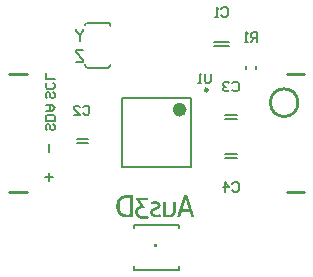
<source format=gbo>
G04 Layer_Color=32896*
%FSLAX44Y44*%
%MOMM*%
G71*
G01*
G75*
%ADD14C,0.2500*%
%ADD15C,0.2000*%
%ADD16C,0.2032*%
%ADD30C,0.1270*%
%ADD31C,0.2540*%
%ADD32C,0.1800*%
%ADD33C,0.1500*%
%ADD48C,0.6000*%
G36*
X123960Y65871D02*
X124344Y65847D01*
X124531Y65824D01*
X124706Y65801D01*
X124857Y65777D01*
X125009Y65766D01*
X125137Y65742D01*
X125254Y65719D01*
X125359Y65696D01*
X125440Y65672D01*
X125510Y65661D01*
X125557Y65649D01*
X125592Y65637D01*
X125603D01*
X125930Y65533D01*
X126221Y65416D01*
X126478Y65288D01*
X126699Y65160D01*
X126874Y65055D01*
X126944Y65008D01*
X127002Y64961D01*
X127061Y64926D01*
X127096Y64903D01*
X127107Y64891D01*
X127119Y64880D01*
X127340Y64682D01*
X127527Y64483D01*
X127679Y64285D01*
X127807Y64099D01*
X127912Y63935D01*
X127982Y63807D01*
X128005Y63760D01*
X128028Y63726D01*
X128040Y63702D01*
Y63691D01*
X128145Y63434D01*
X128215Y63166D01*
X128273Y62909D01*
X128308Y62664D01*
X128331Y62466D01*
Y62373D01*
X128343Y62303D01*
Y62233D01*
Y62186D01*
Y62163D01*
Y62152D01*
X128331Y61918D01*
X128320Y61708D01*
X128285Y61522D01*
X128250Y61347D01*
X128227Y61207D01*
X128192Y61114D01*
X128180Y61044D01*
X128168Y61032D01*
Y61021D01*
X128087Y60834D01*
X128005Y60659D01*
X127912Y60508D01*
X127818Y60380D01*
X127737Y60275D01*
X127667Y60193D01*
X127620Y60146D01*
X127609Y60123D01*
X127469Y59983D01*
X127305Y59855D01*
X127154Y59738D01*
X127002Y59633D01*
X126862Y59540D01*
X126758Y59470D01*
X126688Y59423D01*
X126676Y59412D01*
X126664D01*
X126431Y59283D01*
X126198Y59167D01*
X125965Y59050D01*
X125743Y58957D01*
X125557Y58887D01*
X125475Y58852D01*
X125405Y58817D01*
X125359Y58805D01*
X125312Y58782D01*
X125289Y58771D01*
X125277D01*
X125184Y58736D01*
X125102Y58701D01*
X125055Y58689D01*
X125032Y58677D01*
X125009Y58666D01*
X124997Y58654D01*
X124974D01*
X124927Y58631D01*
X124834Y58596D01*
X124717Y58549D01*
X124601Y58514D01*
X124496Y58467D01*
X124414Y58444D01*
X124403Y58432D01*
X124391D01*
X124216Y58374D01*
X124064Y58327D01*
X123995Y58316D01*
X123948Y58293D01*
X123925Y58281D01*
X123913D01*
X123750Y58223D01*
X123610Y58176D01*
X123563Y58164D01*
X123517Y58141D01*
X123493Y58129D01*
X123482D01*
X123330Y58059D01*
X123213Y58001D01*
X123167Y57978D01*
X123132Y57955D01*
X123120Y57943D01*
X123108D01*
X122980Y57861D01*
X122864Y57803D01*
X122817Y57768D01*
X122782Y57756D01*
X122770Y57733D01*
X122759D01*
X122642Y57640D01*
X122561Y57558D01*
X122502Y57500D01*
X122479Y57488D01*
Y57477D01*
X122386Y57372D01*
X122316Y57278D01*
X122269Y57197D01*
X122257Y57185D01*
Y57173D01*
X122187Y57057D01*
X122141Y56940D01*
X122129Y56882D01*
X122118Y56847D01*
X122106Y56824D01*
Y56812D01*
X122083Y56649D01*
X122071Y56497D01*
Y56427D01*
Y56381D01*
Y56346D01*
Y56334D01*
X122083Y56171D01*
X122094Y56031D01*
X122106Y55984D01*
Y55938D01*
X122118Y55914D01*
Y55903D01*
X122176Y55751D01*
X122234Y55634D01*
X122257Y55588D01*
X122281Y55564D01*
X122292Y55541D01*
X122304Y55529D01*
X122397Y55401D01*
X122491Y55285D01*
X122526Y55238D01*
X122561Y55203D01*
X122572Y55191D01*
X122584Y55180D01*
X122700Y55063D01*
X122817Y54981D01*
X122864Y54946D01*
X122899Y54923D01*
X122922Y54900D01*
X122934D01*
X123085Y54818D01*
X123225Y54748D01*
X123283Y54725D01*
X123330Y54702D01*
X123353Y54690D01*
X123365D01*
X123540Y54620D01*
X123691Y54573D01*
X123761Y54550D01*
X123808Y54538D01*
X123843Y54527D01*
X123855D01*
X124053Y54480D01*
X124146Y54468D01*
X124228Y54457D01*
X124298Y54445D01*
X124356Y54434D01*
X124403D01*
X124601Y54422D01*
X124694D01*
X124787Y54410D01*
X124962D01*
X125265Y54422D01*
X125393D01*
X125522Y54434D01*
X125627D01*
X125708Y54445D01*
X125778D01*
X126081Y54480D01*
X126210Y54503D01*
X126338Y54515D01*
X126443Y54538D01*
X126524Y54550D01*
X126571Y54562D01*
X126594D01*
X126886Y54632D01*
X127026Y54667D01*
X127142Y54690D01*
X127236Y54713D01*
X127305Y54737D01*
X127364Y54748D01*
X127375D01*
X127644Y54842D01*
X127772Y54877D01*
X127877Y54923D01*
X127970Y54958D01*
X128040Y54981D01*
X128087Y54993D01*
X128098Y55005D01*
X128168Y54818D01*
X128203Y54725D01*
X128227Y54655D01*
X128250Y54585D01*
X128273Y54538D01*
X128285Y54503D01*
Y54492D01*
X128355Y54305D01*
X128378Y54224D01*
X128401Y54142D01*
X128425Y54084D01*
X128448Y54037D01*
X128460Y54002D01*
Y53991D01*
X128518Y53792D01*
X128541Y53711D01*
X128565Y53629D01*
X128576Y53559D01*
X128588Y53513D01*
X128600Y53478D01*
Y53466D01*
X128635Y53279D01*
X128646Y53128D01*
X128658Y53058D01*
X128670Y53011D01*
Y52976D01*
Y52965D01*
X128378Y52860D01*
X128238Y52825D01*
X128122Y52790D01*
X128005Y52755D01*
X127923Y52731D01*
X127877Y52720D01*
X127853D01*
X127539Y52638D01*
X127399Y52603D01*
X127259Y52580D01*
X127142Y52557D01*
X127061Y52533D01*
X127002Y52522D01*
X126979D01*
X126629Y52463D01*
X126466Y52440D01*
X126315Y52428D01*
X126186Y52405D01*
X126093D01*
X126023Y52393D01*
X126000D01*
X125592Y52370D01*
X125405D01*
X125230Y52358D01*
X124647D01*
X124438Y52370D01*
X124239Y52382D01*
X124076Y52393D01*
X123936Y52405D01*
X123831Y52417D01*
X123761Y52428D01*
X123738D01*
X123540Y52463D01*
X123342Y52498D01*
X123167Y52533D01*
X123015Y52580D01*
X122887Y52615D01*
X122782Y52638D01*
X122724Y52650D01*
X122700Y52661D01*
X122514Y52720D01*
X122351Y52778D01*
X122187Y52848D01*
X122059Y52895D01*
X121943Y52953D01*
X121861Y52988D01*
X121814Y53011D01*
X121791Y53023D01*
X121639Y53105D01*
X121488Y53186D01*
X121360Y53268D01*
X121243Y53338D01*
X121150Y53408D01*
X121080Y53454D01*
X121033Y53489D01*
X121022Y53501D01*
X120893Y53606D01*
X120765Y53711D01*
X120660Y53816D01*
X120567Y53909D01*
X120497Y53979D01*
X120439Y54037D01*
X120404Y54084D01*
X120392Y54096D01*
X120217Y54352D01*
X120135Y54468D01*
X120065Y54573D01*
X120019Y54667D01*
X119972Y54748D01*
X119949Y54795D01*
X119937Y54807D01*
X119809Y55098D01*
X119762Y55238D01*
X119727Y55366D01*
X119692Y55471D01*
X119669Y55553D01*
X119657Y55599D01*
Y55623D01*
X119599Y55949D01*
X119587Y56101D01*
X119576Y56229D01*
X119564Y56346D01*
Y56439D01*
Y56497D01*
Y56521D01*
Y56672D01*
X119576Y56812D01*
X119587Y56940D01*
X119599Y57057D01*
X119611Y57150D01*
X119622Y57232D01*
X119634Y57278D01*
Y57290D01*
X119681Y57535D01*
X119704Y57651D01*
X119727Y57745D01*
X119762Y57826D01*
X119774Y57896D01*
X119797Y57931D01*
Y57943D01*
X119902Y58153D01*
X119949Y58246D01*
X119996Y58327D01*
X120031Y58397D01*
X120065Y58444D01*
X120077Y58479D01*
X120089Y58491D01*
X120205Y58666D01*
X120310Y58805D01*
X120357Y58864D01*
X120392Y58910D01*
X120415Y58934D01*
X120427Y58945D01*
X120578Y59097D01*
X120718Y59214D01*
X120777Y59260D01*
X120823Y59295D01*
X120847Y59318D01*
X120858Y59330D01*
X121033Y59458D01*
X121196Y59563D01*
X121266Y59598D01*
X121325Y59633D01*
X121360Y59645D01*
X121371Y59657D01*
X121569Y59750D01*
X121663Y59797D01*
X121756Y59832D01*
X121826Y59866D01*
X121884Y59890D01*
X121919Y59913D01*
X121931D01*
X122141Y59995D01*
X122246Y60030D01*
X122327Y60053D01*
X122409Y60088D01*
X122467Y60100D01*
X122502Y60123D01*
X122514D01*
X122630Y60170D01*
X122724Y60193D01*
X122782Y60216D01*
X122817Y60228D01*
X122840D01*
X122864Y60240D01*
X122899Y60251D01*
X122945Y60263D01*
X123062Y60310D01*
X123213Y60368D01*
X123365Y60414D01*
X123493Y60461D01*
X123540Y60484D01*
X123586Y60496D01*
X123610Y60508D01*
X123621D01*
X123785Y60554D01*
X123925Y60601D01*
X123983Y60624D01*
X124030Y60636D01*
X124053Y60648D01*
X124064D01*
X124216Y60718D01*
X124344Y60764D01*
X124403Y60788D01*
X124438Y60799D01*
X124461Y60811D01*
X124473D01*
X124612Y60869D01*
X124729Y60916D01*
X124776Y60939D01*
X124811Y60962D01*
X124834Y60974D01*
X124846D01*
X124962Y61044D01*
X125067Y61114D01*
X125137Y61161D01*
X125149Y61172D01*
X125160D01*
X125277Y61254D01*
X125359Y61324D01*
X125417Y61382D01*
X125440Y61405D01*
X125522Y61499D01*
X125580Y61592D01*
X125627Y61662D01*
X125638Y61674D01*
Y61685D01*
X125697Y61802D01*
X125743Y61907D01*
X125767Y61988D01*
X125778Y62000D01*
Y62012D01*
X125802Y62152D01*
X125813Y62280D01*
X125825Y62326D01*
Y62373D01*
Y62396D01*
Y62408D01*
X125813Y62560D01*
X125790Y62699D01*
X125767Y62816D01*
X125732Y62921D01*
X125697Y63003D01*
X125662Y63073D01*
X125650Y63108D01*
X125638Y63119D01*
X125557Y63224D01*
X125475Y63317D01*
X125382Y63387D01*
X125300Y63457D01*
X125219Y63504D01*
X125160Y63539D01*
X125114Y63562D01*
X125102Y63574D01*
X124822Y63679D01*
X124694Y63714D01*
X124577Y63749D01*
X124473Y63784D01*
X124391Y63807D01*
X124344Y63819D01*
X124321D01*
X124006Y63865D01*
X123866Y63877D01*
X123726Y63889D01*
X123610Y63900D01*
X123283D01*
X123132Y63889D01*
X122980D01*
X122852Y63877D01*
X122747Y63865D01*
X122665D01*
X122619Y63854D01*
X122596D01*
X122304Y63807D01*
X122164Y63784D01*
X122048Y63760D01*
X121943Y63737D01*
X121873Y63726D01*
X121814Y63702D01*
X121803D01*
X121523Y63644D01*
X121406Y63609D01*
X121301Y63586D01*
X121208Y63562D01*
X121138Y63539D01*
X121091Y63527D01*
X121080D01*
X120847Y63457D01*
X120742Y63422D01*
X120648Y63387D01*
X120567Y63364D01*
X120509Y63341D01*
X120474Y63329D01*
X120462D01*
X120392Y63492D01*
X120334Y63632D01*
X120322Y63691D01*
X120299Y63737D01*
X120287Y63760D01*
Y63772D01*
X120229Y63947D01*
X120170Y64099D01*
X120159Y64157D01*
X120147Y64204D01*
X120135Y64239D01*
Y64250D01*
X120089Y64437D01*
X120065Y64518D01*
X120054Y64600D01*
X120042Y64658D01*
X120031Y64705D01*
X120019Y64740D01*
Y64751D01*
X119984Y64938D01*
X119961Y65101D01*
X119949Y65171D01*
X119937Y65218D01*
Y65253D01*
Y65264D01*
X120217Y65346D01*
X120345Y65393D01*
X120462Y65428D01*
X120567Y65451D01*
X120648Y65474D01*
X120695Y65498D01*
X120718D01*
X121022Y65579D01*
X121173Y65614D01*
X121313Y65637D01*
X121430Y65672D01*
X121523Y65684D01*
X121581Y65707D01*
X121604D01*
X121943Y65766D01*
X122106Y65789D01*
X122246Y65812D01*
X122374Y65824D01*
X122467Y65836D01*
X122526Y65847D01*
X122549D01*
X122899Y65871D01*
X123074D01*
X123213Y65882D01*
X123528D01*
X123960Y65871D01*
D02*
G37*
G36*
X140188Y65684D02*
X140258Y65672D01*
X140491D01*
X140538Y65661D01*
X140608D01*
X140760Y65649D01*
X140888Y65626D01*
X140993Y65614D01*
X141074D01*
X141144Y65602D01*
X141203Y65591D01*
X141238D01*
Y65428D01*
Y65299D01*
Y65253D01*
Y65218D01*
Y65195D01*
Y65183D01*
Y65066D01*
Y64961D01*
Y64903D01*
Y64891D01*
Y64880D01*
Y64693D01*
Y64530D01*
Y64402D01*
Y64297D01*
Y64227D01*
Y64169D01*
Y64145D01*
Y64134D01*
Y64087D01*
Y64029D01*
Y63889D01*
Y63726D01*
Y63551D01*
Y63376D01*
Y63236D01*
Y63189D01*
Y63142D01*
Y63119D01*
Y63108D01*
Y62898D01*
Y62793D01*
Y62699D01*
Y62618D01*
Y62560D01*
Y62513D01*
Y62501D01*
Y62221D01*
Y62082D01*
Y61953D01*
Y61848D01*
Y61767D01*
Y61708D01*
Y61685D01*
Y61452D01*
Y61219D01*
Y60986D01*
Y60764D01*
Y60578D01*
Y60496D01*
Y60426D01*
Y60380D01*
Y60333D01*
Y60310D01*
Y60298D01*
Y59983D01*
Y59668D01*
Y59342D01*
Y59050D01*
Y58922D01*
Y58794D01*
Y58689D01*
Y58596D01*
Y58514D01*
Y58456D01*
Y58421D01*
Y58409D01*
X141226Y58048D01*
X141214Y57721D01*
X141191Y57430D01*
X141168Y57173D01*
X141156Y57057D01*
X141144Y56952D01*
Y56870D01*
X141133Y56800D01*
X141121Y56742D01*
X141109Y56695D01*
Y56672D01*
Y56660D01*
X141063Y56381D01*
X141004Y56112D01*
X140946Y55879D01*
X140888Y55681D01*
X140841Y55518D01*
X140794Y55390D01*
X140783Y55343D01*
X140771Y55308D01*
X140760Y55296D01*
Y55285D01*
X140666Y55075D01*
X140573Y54865D01*
X140480Y54690D01*
X140386Y54538D01*
X140305Y54410D01*
X140247Y54317D01*
X140200Y54259D01*
X140188Y54235D01*
X140060Y54072D01*
X139932Y53921D01*
X139815Y53781D01*
X139699Y53664D01*
X139605Y53571D01*
X139524Y53501D01*
X139477Y53454D01*
X139454Y53443D01*
X139291Y53326D01*
X139139Y53221D01*
X138988Y53128D01*
X138848Y53046D01*
X138731Y52988D01*
X138638Y52930D01*
X138579Y52906D01*
X138556Y52895D01*
X138183Y52755D01*
X138008Y52696D01*
X137845Y52650D01*
X137717Y52615D01*
X137612Y52592D01*
X137542Y52568D01*
X137519D01*
X137309Y52533D01*
X137110Y52498D01*
X136912Y52475D01*
X136737Y52452D01*
X136597Y52428D01*
X136481Y52417D01*
X136446D01*
X136411Y52405D01*
X136388D01*
X136166Y52393D01*
X135945Y52382D01*
X135746Y52370D01*
X135560D01*
X135397Y52358D01*
X134930D01*
X134697Y52370D01*
X134487D01*
X134289Y52382D01*
X134126Y52393D01*
X133998D01*
X133951Y52405D01*
X133893D01*
X133659Y52428D01*
X133438Y52463D01*
X133228Y52487D01*
X133042Y52522D01*
X132878Y52545D01*
X132762Y52568D01*
X132715D01*
X132680Y52580D01*
X132657D01*
X132424Y52627D01*
X132214Y52661D01*
X132016Y52708D01*
X131852Y52743D01*
X131701Y52766D01*
X131596Y52790D01*
X131526Y52813D01*
X131503D01*
X131316Y52860D01*
X131141Y52906D01*
X130978Y52953D01*
X130826Y52988D01*
X130710Y53011D01*
X130628Y53035D01*
X130570Y53058D01*
X130547D01*
Y53198D01*
Y53338D01*
Y53454D01*
Y53559D01*
Y53652D01*
Y53711D01*
Y53757D01*
Y53769D01*
Y53979D01*
Y54072D01*
Y54154D01*
Y54212D01*
Y54270D01*
Y54294D01*
Y54305D01*
Y54503D01*
Y54678D01*
Y54830D01*
Y54946D01*
Y55051D01*
Y55110D01*
Y55156D01*
Y55168D01*
Y55390D01*
Y55506D01*
Y55611D01*
Y55693D01*
Y55774D01*
Y55821D01*
Y55833D01*
Y55938D01*
Y56031D01*
Y56089D01*
Y56101D01*
Y56112D01*
Y56229D01*
Y56334D01*
Y56381D01*
Y56416D01*
Y56439D01*
Y56451D01*
Y56590D01*
Y56730D01*
Y56789D01*
Y56835D01*
Y56859D01*
Y56870D01*
Y57045D01*
Y57220D01*
Y57278D01*
Y57337D01*
Y57372D01*
Y57383D01*
Y57558D01*
Y57745D01*
Y57920D01*
Y58083D01*
Y58234D01*
Y58339D01*
Y58386D01*
Y58421D01*
Y58432D01*
Y58444D01*
Y58689D01*
Y58934D01*
Y59179D01*
Y59400D01*
Y59598D01*
Y59680D01*
Y59750D01*
Y59808D01*
Y59855D01*
Y59878D01*
Y59890D01*
Y60286D01*
Y60694D01*
Y61102D01*
Y61289D01*
Y61475D01*
Y61650D01*
Y61802D01*
Y61953D01*
Y62070D01*
Y62163D01*
Y62245D01*
Y62291D01*
Y62303D01*
Y62851D01*
Y63411D01*
Y63959D01*
Y64227D01*
Y64472D01*
Y64705D01*
Y64915D01*
Y65113D01*
Y65276D01*
Y65404D01*
Y65509D01*
Y65567D01*
Y65591D01*
X130652Y65614D01*
X130745Y65626D01*
X130815Y65637D01*
X130838D01*
X130955Y65649D01*
X131060D01*
X131106Y65661D01*
X131165D01*
X131281Y65672D01*
X131479D01*
X131584Y65684D01*
X131678Y65696D01*
X131887D01*
X131981Y65684D01*
X132051Y65672D01*
X132284D01*
X132365Y65661D01*
X132389D01*
X132517Y65649D01*
X132622D01*
X132692Y65637D01*
X132715D01*
X132832Y65626D01*
X132925Y65602D01*
X132983Y65591D01*
X133007D01*
Y65463D01*
Y65346D01*
Y65241D01*
Y65148D01*
Y65078D01*
Y65020D01*
Y64985D01*
Y64973D01*
Y64798D01*
Y64717D01*
Y64647D01*
Y64588D01*
Y64542D01*
Y64518D01*
Y64507D01*
Y64285D01*
Y64087D01*
Y63924D01*
Y63807D01*
Y63702D01*
Y63644D01*
Y63597D01*
Y63586D01*
Y63469D01*
Y63317D01*
Y63166D01*
Y63014D01*
Y62874D01*
Y62758D01*
Y62711D01*
Y62676D01*
Y62664D01*
Y62653D01*
Y62525D01*
Y62408D01*
Y62361D01*
Y62326D01*
Y62303D01*
Y62291D01*
Y62140D01*
Y62000D01*
Y61942D01*
Y61895D01*
Y61860D01*
Y61848D01*
Y61697D01*
Y61545D01*
Y61394D01*
Y61254D01*
Y61126D01*
Y61032D01*
Y60962D01*
Y60951D01*
Y60939D01*
Y60729D01*
Y60519D01*
Y60310D01*
Y60111D01*
Y59948D01*
Y59808D01*
Y59762D01*
Y59727D01*
Y59703D01*
Y59692D01*
Y59342D01*
Y58980D01*
Y58631D01*
Y58293D01*
Y58141D01*
Y58001D01*
Y57884D01*
Y57780D01*
Y57686D01*
Y57628D01*
Y57581D01*
Y57570D01*
Y57092D01*
Y56614D01*
Y56136D01*
Y55903D01*
Y55693D01*
Y55483D01*
Y55308D01*
Y55133D01*
Y54993D01*
Y54888D01*
Y54795D01*
Y54748D01*
Y54725D01*
X133356Y54632D01*
X133531Y54597D01*
X133683Y54573D01*
X133823Y54550D01*
X133928Y54527D01*
X133998Y54515D01*
X134021D01*
X134429Y54480D01*
X134627Y54468D01*
X134814D01*
X134977Y54457D01*
X135210D01*
X135513Y54468D01*
X135653D01*
X135770Y54480D01*
X135875D01*
X135945Y54492D01*
X136014D01*
X136154Y54515D01*
X136283Y54538D01*
X136399Y54562D01*
X136504Y54585D01*
X136597Y54597D01*
X136656Y54620D01*
X136702Y54632D01*
X136714D01*
X136947Y54702D01*
X137052Y54748D01*
X137145Y54783D01*
X137227Y54818D01*
X137285Y54853D01*
X137320Y54865D01*
X137332Y54877D01*
X137519Y55005D01*
X137612Y55063D01*
X137682Y55121D01*
X137740Y55168D01*
X137787Y55215D01*
X137822Y55238D01*
X137833Y55250D01*
X137985Y55436D01*
X138113Y55611D01*
X138160Y55693D01*
X138195Y55751D01*
X138218Y55786D01*
X138230Y55798D01*
X138346Y56042D01*
X138393Y56159D01*
X138440Y56264D01*
X138463Y56369D01*
X138486Y56439D01*
X138510Y56486D01*
Y56509D01*
X138591Y56812D01*
X138614Y56964D01*
X138638Y57103D01*
X138661Y57220D01*
X138673Y57313D01*
X138684Y57372D01*
Y57395D01*
X138708Y57780D01*
X138719Y57966D01*
Y58141D01*
X138731Y58293D01*
Y58397D01*
Y58444D01*
Y58479D01*
Y58491D01*
Y58502D01*
Y58666D01*
Y58794D01*
Y58840D01*
Y58875D01*
Y58899D01*
Y58910D01*
Y59039D01*
Y59132D01*
Y59202D01*
Y59214D01*
Y59225D01*
Y59412D01*
Y59563D01*
Y59680D01*
Y59785D01*
Y59855D01*
Y59913D01*
Y59936D01*
Y59948D01*
Y59995D01*
Y60053D01*
Y60193D01*
Y60356D01*
Y60531D01*
Y60694D01*
Y60834D01*
Y60881D01*
Y60927D01*
Y60951D01*
Y60962D01*
Y61161D01*
Y61266D01*
Y61359D01*
Y61440D01*
Y61499D01*
Y61545D01*
Y61557D01*
Y61825D01*
Y61965D01*
Y62082D01*
Y62186D01*
Y62280D01*
Y62326D01*
Y62350D01*
Y62583D01*
Y62816D01*
Y63049D01*
Y63259D01*
Y63446D01*
Y63527D01*
Y63597D01*
Y63656D01*
Y63691D01*
Y63714D01*
Y63726D01*
Y64040D01*
Y64355D01*
Y64670D01*
Y64961D01*
Y65090D01*
Y65218D01*
Y65323D01*
Y65416D01*
Y65486D01*
Y65544D01*
Y65579D01*
Y65591D01*
X138848Y65614D01*
X138941Y65626D01*
X139011Y65637D01*
X139034D01*
X139151Y65649D01*
X139256D01*
X139337Y65661D01*
X139361D01*
X139489Y65672D01*
X139710D01*
X139815Y65684D01*
X139909Y65696D01*
X140095D01*
X140188Y65684D01*
D02*
G37*
G36*
X149935Y70872D02*
X150273D01*
X150320Y70861D01*
X150390D01*
X150529Y70849D01*
X150646D01*
X150693Y70837D01*
X150763D01*
X150891Y70826D01*
X150996Y70802D01*
X151077Y70791D01*
X151101D01*
X151171Y70581D01*
X151229Y70382D01*
X151287Y70208D01*
X151334Y70056D01*
X151381Y69939D01*
X151416Y69846D01*
X151427Y69788D01*
X151439Y69765D01*
X151486Y69601D01*
X151532Y69461D01*
X151579Y69322D01*
X151614Y69205D01*
X151637Y69112D01*
X151660Y69042D01*
X151684Y68995D01*
Y68983D01*
X151777Y68692D01*
X151859Y68447D01*
X151929Y68237D01*
X151987Y68063D01*
X152033Y67923D01*
X152068Y67829D01*
X152080Y67771D01*
X152092Y67748D01*
X152150Y67585D01*
X152197Y67421D01*
X152255Y67258D01*
X152302Y67106D01*
X152348Y66967D01*
X152372Y66862D01*
X152395Y66792D01*
X152407Y66780D01*
Y66768D01*
X152453Y66640D01*
X152500Y66512D01*
X152511Y66465D01*
X152523Y66419D01*
X152535Y66395D01*
Y66384D01*
X152593Y66209D01*
X152640Y66045D01*
X152663Y65987D01*
X152686Y65929D01*
X152698Y65894D01*
Y65882D01*
X152768Y65672D01*
X152791Y65579D01*
X152826Y65486D01*
X152850Y65404D01*
X152873Y65346D01*
X152896Y65299D01*
Y65288D01*
X152978Y65031D01*
X153024Y64903D01*
X153059Y64786D01*
X153094Y64682D01*
X153118Y64600D01*
X153129Y64553D01*
X153141Y64530D01*
X153223Y64273D01*
X153304Y64017D01*
X153386Y63760D01*
X153467Y63516D01*
X153537Y63306D01*
X153572Y63212D01*
X153596Y63142D01*
X153619Y63073D01*
X153631Y63026D01*
X153642Y63003D01*
Y62991D01*
X153747Y62653D01*
X153864Y62291D01*
X153980Y61953D01*
X154074Y61639D01*
X154132Y61487D01*
X154167Y61359D01*
X154214Y61242D01*
X154237Y61137D01*
X154272Y61056D01*
X154295Y60986D01*
X154307Y60951D01*
Y60939D01*
X154400Y60659D01*
X154493Y60356D01*
X154692Y59762D01*
X154878Y59167D01*
X154971Y58887D01*
X155065Y58619D01*
X155146Y58362D01*
X155216Y58129D01*
X155286Y57931D01*
X155344Y57745D01*
X155391Y57605D01*
X155414Y57500D01*
X155438Y57430D01*
X155449Y57418D01*
Y57407D01*
X155578Y57022D01*
X155706Y56625D01*
X155974Y55809D01*
X156102Y55413D01*
X156230Y55016D01*
X156359Y54632D01*
X156475Y54270D01*
X156580Y53932D01*
X156685Y53629D01*
X156778Y53349D01*
X156848Y53116D01*
X156883Y53011D01*
X156918Y52930D01*
X156942Y52848D01*
X156965Y52778D01*
X156977Y52731D01*
X156988Y52696D01*
X157000Y52673D01*
Y52661D01*
X156895Y52638D01*
X156802Y52615D01*
X156732Y52603D01*
X156708D01*
X156592Y52592D01*
X156499D01*
X156417Y52580D01*
X156394D01*
X156265Y52568D01*
X156044D01*
X155916Y52557D01*
X155578D01*
X155473Y52568D01*
X155239D01*
X155135Y52580D01*
X155030D01*
X154913Y52592D01*
X154820D01*
X154738Y52603D01*
X154715D01*
X154587Y52627D01*
X154482Y52638D01*
X154435Y52650D01*
X154400Y52661D01*
X154377D01*
X154225Y53163D01*
X154085Y53641D01*
X153957Y54084D01*
X153841Y54492D01*
X153736Y54865D01*
X153631Y55215D01*
X153537Y55518D01*
X153456Y55798D01*
X153386Y56042D01*
X153328Y56252D01*
X153269Y56439D01*
X153234Y56590D01*
X153199Y56695D01*
X153176Y56777D01*
X153153Y56835D01*
Y56847D01*
X146262D01*
X146227Y56730D01*
X146193Y56625D01*
X146158Y56532D01*
X146134Y56451D01*
X146099Y56311D01*
X146064Y56217D01*
X146053Y56159D01*
X146041Y56112D01*
X146029Y56089D01*
X146018Y56066D01*
Y56031D01*
X145983Y55949D01*
X145948Y55833D01*
X145913Y55716D01*
X145878Y55599D01*
X145843Y55494D01*
X145831Y55425D01*
X145819Y55413D01*
Y55401D01*
X145784Y55285D01*
X145761Y55168D01*
X145749Y55110D01*
X145738Y55075D01*
X145726Y55051D01*
Y55040D01*
X145668Y54888D01*
X145621Y54737D01*
X145598Y54667D01*
X145586Y54608D01*
X145575Y54573D01*
Y54562D01*
X145528Y54434D01*
X145481Y54294D01*
X145446Y54154D01*
X145411Y54037D01*
X145376Y53921D01*
X145353Y53839D01*
X145330Y53781D01*
Y53757D01*
X145271Y53571D01*
X145213Y53384D01*
X145155Y53198D01*
X145108Y53035D01*
X145062Y52883D01*
X145027Y52766D01*
X145015Y52720D01*
X145003Y52685D01*
X144992Y52673D01*
Y52661D01*
X144887Y52638D01*
X144782Y52615D01*
X144712Y52603D01*
X144689D01*
X144572Y52592D01*
X144455D01*
X144409Y52580D01*
X144350D01*
X144234Y52568D01*
X144012D01*
X143896Y52557D01*
X143546D01*
X143429Y52568D01*
X143196D01*
X143068Y52580D01*
X142951D01*
X142811Y52592D01*
X142695D01*
X142660Y52603D01*
X142590D01*
X142462Y52627D01*
X142368Y52638D01*
X142298Y52661D01*
X142275D01*
X142345Y52871D01*
X142403Y53058D01*
X142462Y53233D01*
X142508Y53384D01*
X142543Y53501D01*
X142578Y53594D01*
X142590Y53652D01*
X142602Y53676D01*
X142648Y53839D01*
X142695Y53991D01*
X142741Y54119D01*
X142776Y54235D01*
X142800Y54340D01*
X142823Y54410D01*
X142846Y54457D01*
Y54468D01*
X142940Y54760D01*
X143033Y55005D01*
X143103Y55215D01*
X143150Y55390D01*
X143196Y55518D01*
X143231Y55611D01*
X143243Y55669D01*
X143254Y55693D01*
X143313Y55856D01*
X143359Y56019D01*
X143418Y56182D01*
X143464Y56346D01*
X143511Y56474D01*
X143546Y56579D01*
X143569Y56649D01*
X143581Y56660D01*
Y56672D01*
X143616Y56812D01*
X143651Y56940D01*
X143674Y56987D01*
X143686Y57033D01*
X143698Y57057D01*
Y57068D01*
X143756Y57243D01*
X143814Y57395D01*
X143826Y57465D01*
X143849Y57511D01*
X143861Y57546D01*
Y57558D01*
X143931Y57768D01*
X143954Y57873D01*
X143989Y57966D01*
X144012Y58048D01*
X144036Y58106D01*
X144059Y58153D01*
Y58164D01*
X144141Y58421D01*
X144187Y58549D01*
X144222Y58666D01*
X144257Y58759D01*
X144281Y58840D01*
X144292Y58887D01*
X144304Y58910D01*
X144385Y59167D01*
X144467Y59423D01*
X144549Y59680D01*
X144630Y59925D01*
X144689Y60135D01*
X144724Y60228D01*
X144747Y60298D01*
X144770Y60368D01*
X144782Y60414D01*
X144793Y60438D01*
Y60449D01*
X144910Y60788D01*
X145027Y61149D01*
X145132Y61487D01*
X145237Y61814D01*
X145283Y61965D01*
X145330Y62093D01*
X145376Y62210D01*
X145400Y62315D01*
X145435Y62396D01*
X145458Y62466D01*
X145470Y62501D01*
Y62513D01*
X145563Y62804D01*
X145656Y63096D01*
X145854Y63691D01*
X146041Y64285D01*
X146134Y64565D01*
X146227Y64833D01*
X146309Y65090D01*
X146379Y65311D01*
X146449Y65521D01*
X146507Y65696D01*
X146554Y65836D01*
X146577Y65941D01*
X146601Y66011D01*
X146612Y66034D01*
X146740Y66419D01*
X146869Y66827D01*
X147137Y67631D01*
X147265Y68039D01*
X147393Y68436D01*
X147510Y68809D01*
X147626Y69170D01*
X147743Y69508D01*
X147836Y69823D01*
X147930Y70091D01*
X148000Y70336D01*
X148034Y70441D01*
X148069Y70522D01*
X148093Y70604D01*
X148116Y70674D01*
X148128Y70721D01*
X148139Y70756D01*
X148151Y70779D01*
Y70791D01*
X148279Y70814D01*
X148396Y70826D01*
X148443D01*
X148478Y70837D01*
X148501D01*
X148641Y70849D01*
X148757D01*
X148816Y70861D01*
X148886D01*
X149025Y70872D01*
X149259D01*
X149387Y70884D01*
X149877D01*
X149935Y70872D01*
D02*
G37*
G36*
X125000Y27000D02*
X122460D01*
Y29540D01*
X125000D01*
Y27000D01*
D02*
G37*
G36*
X117617Y68820D02*
X117629Y68727D01*
X117641Y68657D01*
X117652Y68645D01*
Y68634D01*
X117664Y68529D01*
Y68436D01*
X117676Y68366D01*
Y68354D01*
Y68342D01*
X117687Y68226D01*
Y68132D01*
X117699Y68063D01*
Y68051D01*
Y68039D01*
Y67934D01*
Y67853D01*
Y67783D01*
Y67771D01*
Y67759D01*
Y67550D01*
X117687Y67456D01*
Y67363D01*
Y67293D01*
X117676Y67235D01*
Y67200D01*
Y67188D01*
X117652Y67002D01*
X117641Y66908D01*
X117629Y66838D01*
X117617Y66768D01*
X117606Y66722D01*
X117594Y66687D01*
Y66675D01*
X111123D01*
X111380Y66267D01*
X111636Y65871D01*
X111870Y65486D01*
X112103Y65125D01*
X112336Y64763D01*
X112546Y64425D01*
X112756Y64087D01*
X112965Y63772D01*
X113152Y63469D01*
X113338Y63177D01*
X113513Y62898D01*
X113688Y62630D01*
X113840Y62385D01*
X113991Y62140D01*
X114143Y61918D01*
X114271Y61697D01*
X114399Y61499D01*
X114528Y61312D01*
X114633Y61137D01*
X114738Y60974D01*
X114831Y60823D01*
X114924Y60694D01*
X114994Y60566D01*
X115064Y60461D01*
X115134Y60356D01*
X115181Y60275D01*
X115227Y60205D01*
X115262Y60146D01*
X115297Y60100D01*
X115321Y60065D01*
X115332Y60053D01*
Y60041D01*
X115297Y59983D01*
X115274Y59960D01*
Y59948D01*
Y59936D01*
X115251Y59913D01*
X115227Y59878D01*
X115204Y59832D01*
X115169Y59785D01*
X115146Y59738D01*
X115134Y59715D01*
X115122Y59703D01*
X114936Y59738D01*
X114784Y59773D01*
X114714Y59785D01*
X114668D01*
X114633Y59797D01*
X114621D01*
X114423Y59832D01*
X114341Y59843D01*
X114260Y59855D01*
X114190D01*
X114143Y59866D01*
X114096D01*
X113910Y59878D01*
X113758D01*
X113688Y59890D01*
X113595D01*
X113408Y59901D01*
X113082D01*
X112779Y59890D01*
X112499Y59878D01*
X112243Y59843D01*
X112021Y59808D01*
X111835Y59773D01*
X111765Y59762D01*
X111695Y59750D01*
X111648Y59738D01*
X111613Y59727D01*
X111590Y59715D01*
X111578D01*
X111333Y59633D01*
X111112Y59540D01*
X110902Y59447D01*
X110727Y59353D01*
X110587Y59272D01*
X110471Y59202D01*
X110401Y59155D01*
X110377Y59144D01*
X110191Y58992D01*
X110039Y58840D01*
X109911Y58677D01*
X109794Y58526D01*
X109713Y58397D01*
X109654Y58281D01*
X109619Y58211D01*
X109608Y58199D01*
Y58188D01*
X109515Y57966D01*
X109456Y57733D01*
X109410Y57500D01*
X109375Y57290D01*
X109351Y57103D01*
Y57022D01*
X109340Y56952D01*
Y56905D01*
Y56859D01*
Y56835D01*
Y56824D01*
Y56637D01*
X109351Y56451D01*
X109375Y56287D01*
X109386Y56147D01*
X109410Y56019D01*
X109433Y55938D01*
X109445Y55879D01*
Y55856D01*
X109480Y55704D01*
X109526Y55553D01*
X109561Y55425D01*
X109608Y55308D01*
X109654Y55203D01*
X109678Y55133D01*
X109701Y55086D01*
X109713Y55075D01*
X109783Y54946D01*
X109853Y54818D01*
X109934Y54713D01*
X109993Y54608D01*
X110051Y54538D01*
X110097Y54468D01*
X110132Y54434D01*
X110144Y54422D01*
X110331Y54212D01*
X110424Y54119D01*
X110517Y54049D01*
X110587Y53979D01*
X110645Y53932D01*
X110692Y53909D01*
X110704Y53897D01*
X110937Y53734D01*
X111053Y53664D01*
X111158Y53618D01*
X111240Y53571D01*
X111322Y53536D01*
X111368Y53513D01*
X111380Y53501D01*
X111648Y53396D01*
X111776Y53349D01*
X111904Y53314D01*
X112009Y53279D01*
X112091Y53256D01*
X112138Y53233D01*
X112161D01*
X112476Y53174D01*
X112627Y53140D01*
X112756Y53128D01*
X112872Y53105D01*
X112954Y53093D01*
X113012Y53081D01*
X113035D01*
X113362Y53058D01*
X113525Y53046D01*
X113665D01*
X113793Y53035D01*
X114178D01*
X114376Y53046D01*
X114551D01*
X114714Y53058D01*
X114854Y53070D01*
X114947D01*
X115017Y53081D01*
X115041D01*
X115227Y53105D01*
X115402Y53128D01*
X115554Y53151D01*
X115705Y53174D01*
X115822Y53198D01*
X115903Y53221D01*
X115962Y53233D01*
X115985D01*
X116312Y53326D01*
X116451Y53361D01*
X116580Y53396D01*
X116696Y53431D01*
X116778Y53454D01*
X116825Y53478D01*
X116848D01*
X117151Y53583D01*
X117291Y53629D01*
X117419Y53676D01*
X117524Y53711D01*
X117606Y53746D01*
X117652Y53757D01*
X117676Y53769D01*
X117781Y53583D01*
X117827Y53489D01*
X117862Y53419D01*
X117897Y53349D01*
X117920Y53303D01*
X117932Y53268D01*
X117944Y53256D01*
X118025Y53070D01*
X118060Y52976D01*
X118095Y52895D01*
X118130Y52825D01*
X118142Y52778D01*
X118165Y52743D01*
Y52731D01*
X118235Y52545D01*
X118270Y52452D01*
X118293Y52370D01*
X118317Y52300D01*
X118340Y52242D01*
X118352Y52207D01*
Y52195D01*
X118398Y51997D01*
X118410Y51904D01*
X118433Y51822D01*
X118445Y51752D01*
Y51694D01*
X118457Y51659D01*
Y51647D01*
X118060Y51496D01*
X117874Y51437D01*
X117711Y51379D01*
X117571Y51332D01*
X117454Y51309D01*
X117384Y51286D01*
X117372Y51274D01*
X117361D01*
X116964Y51169D01*
X116778Y51122D01*
X116603Y51088D01*
X116463Y51064D01*
X116347Y51041D01*
X116277Y51018D01*
X116253D01*
X115845Y50959D01*
X115647Y50924D01*
X115472Y50913D01*
X115332Y50889D01*
X115216Y50878D01*
X115169D01*
X115134Y50866D01*
X115111D01*
X114889Y50854D01*
X114668Y50843D01*
X114458Y50831D01*
X114271D01*
X114120Y50819D01*
X113618D01*
X113362Y50831D01*
X113117Y50843D01*
X112907Y50866D01*
X112732Y50878D01*
X112662D01*
X112592Y50889D01*
X112546D01*
X112511Y50901D01*
X112476D01*
X112219Y50948D01*
X111974Y50994D01*
X111753Y51041D01*
X111555Y51076D01*
X111380Y51122D01*
X111252Y51157D01*
X111205Y51169D01*
X111170D01*
X111158Y51181D01*
X111147D01*
X110913Y51251D01*
X110692Y51332D01*
X110482Y51414D01*
X110296Y51484D01*
X110144Y51554D01*
X110028Y51600D01*
X109993Y51624D01*
X109958Y51635D01*
X109946Y51647D01*
X109934D01*
X109736Y51752D01*
X109538Y51869D01*
X109363Y51985D01*
X109200Y52090D01*
X109072Y52183D01*
X108967Y52253D01*
X108908Y52312D01*
X108885Y52323D01*
X108710Y52475D01*
X108547Y52627D01*
X108407Y52766D01*
X108279Y52895D01*
X108174Y53011D01*
X108092Y53105D01*
X108034Y53163D01*
X108022Y53186D01*
X107894Y53373D01*
X107766Y53559D01*
X107661Y53746D01*
X107556Y53909D01*
X107486Y54049D01*
X107416Y54165D01*
X107393Y54200D01*
X107381Y54235D01*
X107369Y54247D01*
Y54259D01*
X107264Y54480D01*
X107183Y54713D01*
X107113Y54935D01*
X107043Y55133D01*
X106996Y55296D01*
X106985Y55378D01*
X106961Y55436D01*
X106950Y55483D01*
Y55518D01*
X106938Y55541D01*
Y55553D01*
X106891Y55821D01*
X106856Y56077D01*
X106833Y56334D01*
X106810Y56567D01*
Y56765D01*
X106798Y56847D01*
Y56917D01*
Y56975D01*
Y57022D01*
Y57045D01*
Y57057D01*
X106810Y57360D01*
X106821Y57488D01*
X106833Y57616D01*
X106845Y57710D01*
X106856Y57791D01*
X106868Y57849D01*
Y57861D01*
X106926Y58164D01*
X106961Y58304D01*
X106996Y58421D01*
X107031Y58526D01*
X107055Y58607D01*
X107066Y58654D01*
X107078Y58677D01*
X107194Y58969D01*
X107253Y59109D01*
X107311Y59225D01*
X107369Y59318D01*
X107404Y59388D01*
X107428Y59447D01*
X107439Y59458D01*
X107521Y59598D01*
X107603Y59727D01*
X107684Y59855D01*
X107766Y59948D01*
X107824Y60041D01*
X107882Y60100D01*
X107917Y60146D01*
X107929Y60158D01*
X108151Y60403D01*
X108255Y60508D01*
X108349Y60589D01*
X108442Y60671D01*
X108512Y60729D01*
X108559Y60764D01*
X108570Y60776D01*
X108838Y60962D01*
X108967Y61044D01*
X109095Y61114D01*
X109200Y61172D01*
X109281Y61219D01*
X109328Y61242D01*
X109351Y61254D01*
X109689Y61382D01*
X109853Y61440D01*
X109993Y61475D01*
X110121Y61510D01*
X110214Y61534D01*
X110284Y61557D01*
X110307D01*
X110692Y61615D01*
X110879Y61639D01*
X111053Y61650D01*
X111205Y61662D01*
X111706D01*
X111765Y61650D01*
X111788Y61639D01*
X111800D01*
X111520Y62070D01*
X111240Y62490D01*
X110972Y62886D01*
X110715Y63271D01*
X110471Y63644D01*
X110237Y64005D01*
X110004Y64355D01*
X109783Y64693D01*
X109573Y65008D01*
X109375Y65323D01*
X109176Y65614D01*
X108990Y65894D01*
X108815Y66162D01*
X108652Y66407D01*
X108500Y66652D01*
X108349Y66873D01*
X108209Y67083D01*
X108081Y67281D01*
X107952Y67468D01*
X107847Y67643D01*
X107742Y67794D01*
X107649Y67934D01*
X107556Y68074D01*
X107486Y68191D01*
X107416Y68284D01*
X107358Y68377D01*
X107311Y68447D01*
X107264Y68517D01*
X107229Y68564D01*
X107218Y68599D01*
X107194Y68610D01*
Y68622D01*
X107276Y68750D01*
X107334Y68844D01*
X107369Y68902D01*
X107381Y68914D01*
X117594D01*
X117617Y68820D01*
D02*
G37*
G36*
X101319Y71047D02*
X101528D01*
X101750Y71035D01*
X101971Y71024D01*
X102181Y71012D01*
X102356Y71000D01*
X102519Y70989D01*
X102636D01*
X102683Y70977D01*
X102741D01*
X102951Y70965D01*
X103149Y70942D01*
X103324Y70931D01*
X103475Y70919D01*
X103592Y70907D01*
X103685Y70896D01*
X103743Y70884D01*
X103767D01*
X104105Y70849D01*
X104256Y70837D01*
X104408Y70826D01*
X104525Y70814D01*
X104618Y70802D01*
X104676Y70791D01*
X104816D01*
Y70581D01*
Y70382D01*
Y70208D01*
Y70056D01*
Y69928D01*
Y69846D01*
Y69788D01*
Y69765D01*
Y69601D01*
Y69461D01*
Y69322D01*
Y69205D01*
Y69112D01*
Y69042D01*
Y68995D01*
Y68983D01*
Y68692D01*
Y68447D01*
Y68237D01*
Y68063D01*
Y67923D01*
Y67829D01*
Y67771D01*
Y67748D01*
Y67585D01*
Y67421D01*
Y67258D01*
Y67106D01*
Y66967D01*
Y66862D01*
Y66792D01*
Y66780D01*
Y66768D01*
Y66628D01*
Y66500D01*
Y66454D01*
Y66407D01*
Y66384D01*
Y66372D01*
Y66209D01*
Y66045D01*
Y65987D01*
Y65929D01*
Y65894D01*
Y65882D01*
Y65672D01*
Y65579D01*
Y65486D01*
Y65404D01*
Y65346D01*
Y65299D01*
Y65288D01*
Y65031D01*
Y64903D01*
Y64786D01*
Y64682D01*
Y64600D01*
Y64553D01*
Y64530D01*
Y64273D01*
Y64017D01*
Y63760D01*
Y63516D01*
Y63306D01*
Y63212D01*
Y63142D01*
Y63073D01*
Y63026D01*
Y63003D01*
Y62991D01*
Y62653D01*
Y62291D01*
Y61953D01*
Y61639D01*
Y61487D01*
Y61359D01*
Y61242D01*
Y61137D01*
Y61056D01*
Y60986D01*
Y60951D01*
Y60939D01*
Y60659D01*
Y60356D01*
Y59762D01*
Y59167D01*
Y58887D01*
Y58619D01*
Y58362D01*
Y58129D01*
Y57931D01*
Y57745D01*
Y57605D01*
Y57500D01*
Y57430D01*
Y57418D01*
Y57407D01*
Y57022D01*
Y56625D01*
Y55809D01*
Y55413D01*
Y55016D01*
Y54632D01*
Y54270D01*
Y53932D01*
Y53629D01*
Y53349D01*
Y53116D01*
Y53011D01*
Y52930D01*
Y52848D01*
Y52778D01*
Y52731D01*
Y52696D01*
Y52673D01*
Y52661D01*
X104490Y52615D01*
X104338Y52592D01*
X104186Y52580D01*
X104070Y52568D01*
X103965Y52557D01*
X103907Y52545D01*
X103883D01*
X103510Y52510D01*
X103324Y52498D01*
X103161Y52487D01*
X103021Y52475D01*
X102904Y52463D01*
X102869Y52452D01*
X102811D01*
X102601Y52428D01*
X102391Y52417D01*
X102193Y52405D01*
X102018Y52393D01*
X101867Y52382D01*
X101750Y52370D01*
X101423D01*
X101214Y52358D01*
X100467D01*
X100024Y52370D01*
X99605Y52382D01*
X99197Y52417D01*
X98812Y52452D01*
X98439Y52487D01*
X98101Y52545D01*
X97774Y52592D01*
X97483Y52650D01*
X97215Y52696D01*
X96981Y52755D01*
X96772Y52801D01*
X96597Y52836D01*
X96468Y52883D01*
X96364Y52906D01*
X96305Y52918D01*
X96282Y52930D01*
X95956Y53046D01*
X95641Y53163D01*
X95338Y53303D01*
X95058Y53443D01*
X94790Y53583D01*
X94545Y53722D01*
X94323Y53874D01*
X94114Y54002D01*
X93927Y54142D01*
X93764Y54259D01*
X93624Y54375D01*
X93507Y54468D01*
X93414Y54550D01*
X93356Y54608D01*
X93309Y54643D01*
X93297Y54655D01*
X93076Y54877D01*
X92866Y55110D01*
X92680Y55343D01*
X92505Y55588D01*
X92341Y55833D01*
X92190Y56077D01*
X92050Y56311D01*
X91933Y56532D01*
X91828Y56742D01*
X91735Y56940D01*
X91653Y57115D01*
X91595Y57267D01*
X91537Y57383D01*
X91502Y57477D01*
X91490Y57535D01*
X91479Y57558D01*
X91374Y57896D01*
X91280Y58246D01*
X91199Y58596D01*
X91129Y58945D01*
X91071Y59295D01*
X91024Y59633D01*
X90977Y59971D01*
X90942Y60286D01*
X90919Y60578D01*
X90907Y60846D01*
X90896Y61079D01*
X90884Y61289D01*
X90872Y61452D01*
Y61522D01*
Y61580D01*
Y61627D01*
Y61662D01*
Y61674D01*
Y61685D01*
X90884Y62105D01*
X90896Y62513D01*
X90931Y62898D01*
X90966Y63271D01*
X91012Y63621D01*
X91059Y63959D01*
X91117Y64262D01*
X91164Y64542D01*
X91222Y64798D01*
X91280Y65031D01*
X91327Y65229D01*
X91374Y65393D01*
X91409Y65521D01*
X91444Y65614D01*
X91455Y65672D01*
X91467Y65696D01*
X91584Y66011D01*
X91712Y66314D01*
X91852Y66605D01*
X91992Y66885D01*
X92143Y67141D01*
X92283Y67386D01*
X92435Y67608D01*
X92575Y67818D01*
X92715Y68004D01*
X92831Y68167D01*
X92948Y68307D01*
X93041Y68424D01*
X93123Y68517D01*
X93193Y68587D01*
X93227Y68634D01*
X93239Y68645D01*
X93472Y68867D01*
X93706Y69077D01*
X93950Y69263D01*
X94207Y69438D01*
X94452Y69601D01*
X94696Y69753D01*
X94941Y69881D01*
X95163Y70009D01*
X95384Y70114D01*
X95571Y70196D01*
X95757Y70278D01*
X95909Y70336D01*
X96025Y70394D01*
X96119Y70429D01*
X96177Y70441D01*
X96200Y70452D01*
X96538Y70557D01*
X96888Y70651D01*
X97250Y70732D01*
X97599Y70802D01*
X97961Y70861D01*
X98299Y70907D01*
X98637Y70954D01*
X98952Y70989D01*
X99243Y71012D01*
X99511Y71024D01*
X99756Y71035D01*
X99966Y71047D01*
X100129Y71059D01*
X101167D01*
X101319Y71047D01*
D02*
G37*
%LPC*%
G36*
X149713Y68342D02*
X149538Y67771D01*
X149375Y67223D01*
X149212Y66687D01*
X149060Y66174D01*
X148909Y65672D01*
X148769Y65195D01*
X148629Y64728D01*
X148501Y64285D01*
X148373Y63865D01*
X148244Y63457D01*
X148128Y63073D01*
X148023Y62699D01*
X147918Y62350D01*
X147813Y62012D01*
X147720Y61697D01*
X147626Y61394D01*
X147545Y61114D01*
X147463Y60858D01*
X147393Y60613D01*
X147323Y60391D01*
X147265Y60181D01*
X147207Y59983D01*
X147160Y59820D01*
X147114Y59668D01*
X147067Y59528D01*
X147032Y59412D01*
X147009Y59307D01*
X146985Y59225D01*
X146962Y59167D01*
X146950Y59120D01*
X146939Y59097D01*
Y59085D01*
X152465D01*
X152290Y59657D01*
X152127Y60205D01*
X151975Y60741D01*
X151824Y61254D01*
X151672Y61755D01*
X151532Y62233D01*
X151392Y62699D01*
X151264Y63142D01*
X151136Y63562D01*
X151019Y63970D01*
X150903Y64355D01*
X150786Y64728D01*
X150681Y65078D01*
X150588Y65416D01*
X150494Y65731D01*
X150401Y66034D01*
X150320Y66314D01*
X150238Y66570D01*
X150168Y66815D01*
X150098Y67048D01*
X150040Y67246D01*
X149981Y67445D01*
X149935Y67608D01*
X149888Y67771D01*
X149842Y67899D01*
X149807Y68016D01*
X149783Y68121D01*
X149760Y68202D01*
X149737Y68261D01*
X149725Y68307D01*
X149713Y68331D01*
Y68342D01*
D02*
G37*
G36*
X101027Y68774D02*
X99920D01*
X99663Y68762D01*
X99430Y68739D01*
X99220Y68727D01*
X99045Y68704D01*
X98963Y68692D01*
X98905Y68680D01*
X98859D01*
X98824Y68669D01*
X98789D01*
X98544Y68634D01*
X98311Y68587D01*
X98089Y68541D01*
X97902Y68494D01*
X97739Y68459D01*
X97623Y68424D01*
X97576Y68412D01*
X97541Y68401D01*
X97529Y68389D01*
X97518D01*
X97296Y68319D01*
X97086Y68237D01*
X96888Y68156D01*
X96725Y68074D01*
X96585Y68004D01*
X96480Y67946D01*
X96410Y67911D01*
X96387Y67899D01*
X96200Y67783D01*
X96014Y67654D01*
X95851Y67526D01*
X95711Y67410D01*
X95594Y67316D01*
X95501Y67235D01*
X95454Y67188D01*
X95431Y67165D01*
X95279Y67002D01*
X95128Y66827D01*
X95000Y66675D01*
X94883Y66523D01*
X94790Y66395D01*
X94720Y66290D01*
X94673Y66220D01*
X94662Y66209D01*
Y66197D01*
X94533Y65987D01*
X94417Y65777D01*
X94323Y65567D01*
X94242Y65381D01*
X94172Y65229D01*
X94125Y65101D01*
X94102Y65055D01*
X94090Y65020D01*
X94079Y64996D01*
Y64985D01*
X93997Y64728D01*
X93927Y64472D01*
X93869Y64215D01*
X93810Y63994D01*
X93775Y63795D01*
X93764Y63714D01*
X93752Y63644D01*
X93740Y63586D01*
X93729Y63539D01*
Y63516D01*
Y63504D01*
X93682Y63201D01*
X93659Y62898D01*
X93636Y62606D01*
X93612Y62338D01*
Y62210D01*
Y62105D01*
X93601Y62012D01*
Y61930D01*
Y61860D01*
Y61814D01*
Y61778D01*
Y61767D01*
Y61394D01*
X93624Y61044D01*
X93636Y60718D01*
X93647Y60578D01*
X93659Y60438D01*
X93671Y60310D01*
X93682Y60205D01*
X93694Y60111D01*
X93706Y60030D01*
X93717Y59960D01*
Y59913D01*
X93729Y59890D01*
Y59878D01*
X93775Y59563D01*
X93834Y59272D01*
X93892Y59004D01*
X93950Y58782D01*
X93997Y58596D01*
X94020Y58514D01*
X94044Y58444D01*
X94055Y58397D01*
X94067Y58362D01*
X94079Y58339D01*
Y58327D01*
X94172Y58071D01*
X94265Y57838D01*
X94370Y57628D01*
X94452Y57453D01*
X94533Y57302D01*
X94603Y57185D01*
X94650Y57115D01*
X94662Y57103D01*
Y57092D01*
X94790Y56894D01*
X94930Y56719D01*
X95058Y56555D01*
X95174Y56416D01*
X95279Y56299D01*
X95373Y56217D01*
X95419Y56171D01*
X95443Y56147D01*
X95606Y55996D01*
X95781Y55868D01*
X95944Y55751D01*
X96096Y55646D01*
X96224Y55564D01*
X96317Y55494D01*
X96387Y55459D01*
X96399Y55448D01*
X96410D01*
X96608Y55343D01*
X96807Y55250D01*
X97005Y55180D01*
X97180Y55110D01*
X97331Y55063D01*
X97448Y55028D01*
X97494Y55005D01*
X97529D01*
X97541Y54993D01*
X97553D01*
X97786Y54935D01*
X98019Y54877D01*
X98229Y54830D01*
X98427Y54795D01*
X98602Y54772D01*
X98730Y54748D01*
X98777D01*
X98812Y54737D01*
X98847D01*
X99348Y54690D01*
X99593Y54678D01*
X99803Y54667D01*
X99989Y54655D01*
X100572D01*
X100654Y54667D01*
X100829D01*
X101027Y54678D01*
X101202D01*
X101260Y54690D01*
X101365D01*
X101563Y54713D01*
X101738Y54725D01*
X101890Y54737D01*
X102018Y54748D01*
X102111Y54760D01*
X102181Y54772D01*
X102240D01*
Y54935D01*
Y55086D01*
Y55215D01*
Y55331D01*
Y55436D01*
Y55506D01*
Y55553D01*
Y55564D01*
Y55798D01*
Y55891D01*
Y55984D01*
Y56054D01*
Y56112D01*
Y56147D01*
Y56159D01*
Y56381D01*
Y56567D01*
Y56730D01*
Y56859D01*
Y56964D01*
Y57045D01*
Y57092D01*
Y57103D01*
Y57360D01*
Y57488D01*
Y57605D01*
Y57698D01*
Y57780D01*
Y57826D01*
Y57849D01*
Y57955D01*
Y58059D01*
Y58141D01*
Y58153D01*
Y58164D01*
Y58293D01*
Y58409D01*
Y58467D01*
Y58502D01*
Y58526D01*
Y58537D01*
Y58689D01*
Y58840D01*
Y58910D01*
Y58957D01*
Y58992D01*
Y59004D01*
Y59202D01*
Y59295D01*
Y59388D01*
Y59458D01*
Y59517D01*
Y59563D01*
Y59575D01*
Y59773D01*
Y59971D01*
Y60170D01*
Y60356D01*
Y60508D01*
Y60636D01*
Y60683D01*
Y60718D01*
Y60741D01*
Y60753D01*
Y61009D01*
Y61289D01*
Y61545D01*
Y61790D01*
Y62012D01*
Y62093D01*
Y62175D01*
Y62245D01*
Y62291D01*
Y62315D01*
Y62326D01*
Y62769D01*
Y63224D01*
Y63679D01*
Y63900D01*
Y64099D01*
Y64297D01*
Y64472D01*
Y64623D01*
Y64763D01*
Y64868D01*
Y64950D01*
Y65008D01*
Y65020D01*
Y65323D01*
Y65626D01*
Y66255D01*
Y66862D01*
Y67153D01*
Y67433D01*
Y67689D01*
Y67934D01*
Y68144D01*
Y68319D01*
Y68471D01*
Y68576D01*
Y68645D01*
Y68669D01*
X102076Y68692D01*
X101925Y68704D01*
X101867Y68715D01*
X101773D01*
X101575Y68739D01*
X101493Y68750D01*
X101412D01*
X101342Y68762D01*
X101237D01*
X101027Y68774D01*
D02*
G37*
%LPD*%
D14*
X168250Y160250D02*
G03*
X168250Y160250I-1250J0D01*
G01*
D15*
X95500Y94500D02*
X154500D01*
X95500Y153500D02*
X154500D01*
X95500Y94500D02*
Y153500D01*
X154500Y94500D02*
Y153500D01*
X63079Y193996D02*
X56415D01*
Y192330D01*
X63079Y185666D01*
Y184000D01*
X56415D01*
X63079Y211996D02*
Y210330D01*
X59747Y206998D01*
X56415Y210330D01*
Y211996D01*
X59747Y206998D02*
Y202000D01*
D16*
X83461Y178840D02*
G03*
X86001Y181380I0J2540D01*
G01*
X64284D02*
G03*
X66824Y178840I2540J0D01*
G01*
Y217160D02*
G03*
X64284Y214620I0J-2540D01*
G01*
X86001D02*
G03*
X83461Y217160I-2540J0D01*
G01*
X66825Y178839D02*
X83462D01*
X66825Y217160D02*
X83462D01*
D30*
X105950Y8000D02*
Y11000D01*
Y8000D02*
X144000D01*
Y11000D01*
X105950Y43002D02*
Y46050D01*
X144000D01*
Y43002D02*
Y46050D01*
X173488Y200496D02*
X186512D01*
X173488Y197504D02*
X186512D01*
X57238Y115222D02*
X66762D01*
X57238Y118778D02*
X66762D01*
X209064Y177476D02*
Y180524D01*
X200936Y177476D02*
Y180524D01*
X183238Y105778D02*
X192762D01*
X183238Y102222D02*
X192762D01*
X183238Y138778D02*
X192762D01*
X183238Y135222D02*
X192762D01*
D31*
X244709Y149400D02*
G03*
X244709Y149400I-11709J0D01*
G01*
X0Y174000D02*
X15000D01*
X235000Y74000D02*
X250000D01*
X235000Y174000D02*
X250000D01*
X0Y74000D02*
X15000D01*
D32*
X34002Y108000D02*
Y114664D01*
Y83000D02*
Y89664D01*
X30669Y86332D02*
X37334D01*
D33*
X62740Y145618D02*
X64073Y146951D01*
X66739D01*
X68072Y145618D01*
Y140287D01*
X66739Y138954D01*
X64073D01*
X62740Y140287D01*
X54743Y138954D02*
X60075D01*
X54743Y144286D01*
Y145618D01*
X56076Y146951D01*
X58742D01*
X60075Y145618D01*
X179928Y228661D02*
X181261Y229993D01*
X183927D01*
X185260Y228661D01*
Y223329D01*
X183927Y221996D01*
X181261D01*
X179928Y223329D01*
X177263Y221996D02*
X174597D01*
X175930D01*
Y229993D01*
X177263Y228661D01*
X189248Y165618D02*
X190581Y166951D01*
X193247D01*
X194580Y165618D01*
Y160287D01*
X193247Y158954D01*
X190581D01*
X189248Y160287D01*
X186583Y165618D02*
X185250Y166951D01*
X182584D01*
X181251Y165618D01*
Y164286D01*
X182584Y162953D01*
X183917D01*
X182584D01*
X181251Y161620D01*
Y160287D01*
X182584Y158954D01*
X185250D01*
X186583Y160287D01*
X210294Y201132D02*
Y209129D01*
X206295D01*
X204962Y207796D01*
Y205131D01*
X206295Y203798D01*
X210294D01*
X207628D02*
X204962Y201132D01*
X202297D02*
X199631D01*
X200964D01*
Y209129D01*
X202297Y207796D01*
X189232Y80707D02*
X190565Y82039D01*
X193231D01*
X194564Y80707D01*
Y75375D01*
X193231Y74042D01*
X190565D01*
X189232Y75375D01*
X182568Y74042D02*
Y82039D01*
X186567Y78041D01*
X181235D01*
X171000Y173997D02*
Y167333D01*
X169667Y166000D01*
X167001D01*
X165668Y167333D01*
Y173997D01*
X163003Y166000D02*
X160337D01*
X161670D01*
Y173997D01*
X163003Y172665D01*
X37664Y158332D02*
X38997Y156999D01*
Y154333D01*
X37664Y153000D01*
X36332D01*
X34999Y154333D01*
Y156999D01*
X33666Y158332D01*
X32333D01*
X31000Y156999D01*
Y154333D01*
X32333Y153000D01*
X37664Y166329D02*
X38997Y164996D01*
Y162330D01*
X37664Y160997D01*
X32333D01*
X31000Y162330D01*
Y164996D01*
X32333Y166329D01*
X38997Y168995D02*
X31000D01*
Y174326D01*
X37664Y131332D02*
X38997Y129999D01*
Y127333D01*
X37664Y126000D01*
X36332D01*
X34999Y127333D01*
Y129999D01*
X33666Y131332D01*
X32333D01*
X31000Y129999D01*
Y127333D01*
X32333Y126000D01*
X38997Y133997D02*
X31000D01*
Y137996D01*
X32333Y139329D01*
X37664D01*
X38997Y137996D01*
Y133997D01*
X31000Y141995D02*
X36332D01*
X38997Y144661D01*
X36332Y147326D01*
X31000D01*
X34999D01*
Y141995D01*
D48*
X147500Y143500D02*
G03*
X147500Y143500I-3000J0D01*
G01*
M02*

</source>
